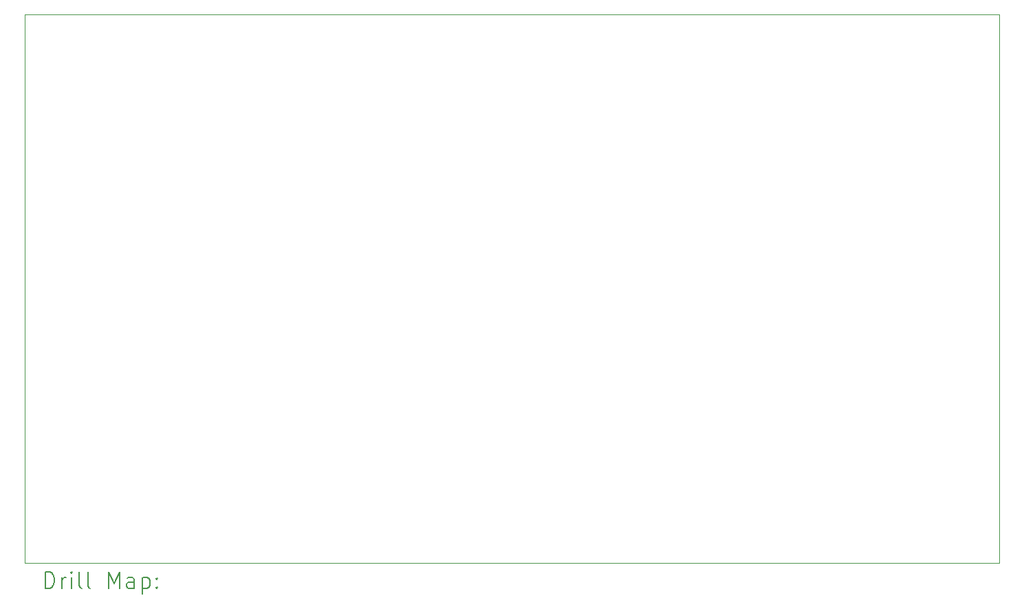
<source format=gbr>
%FSLAX45Y45*%
G04 Gerber Fmt 4.5, Leading zero omitted, Abs format (unit mm)*
G04 Created by KiCad (PCBNEW (6.0.5)) date 2023-10-06 12:52:46*
%MOMM*%
%LPD*%
G01*
G04 APERTURE LIST*
%TA.AperFunction,Profile*%
%ADD10C,0.100000*%
%TD*%
%ADD11C,0.200000*%
G04 APERTURE END LIST*
D10*
X8750000Y-6500000D02*
X20750000Y-6500000D01*
X20750000Y-6500000D02*
X20750000Y-13250000D01*
X20750000Y-13250000D02*
X8750000Y-13250000D01*
X8750000Y-13250000D02*
X8750000Y-6500000D01*
D11*
X9002619Y-13565476D02*
X9002619Y-13365476D01*
X9050238Y-13365476D01*
X9078810Y-13375000D01*
X9097857Y-13394048D01*
X9107381Y-13413095D01*
X9116905Y-13451190D01*
X9116905Y-13479762D01*
X9107381Y-13517857D01*
X9097857Y-13536905D01*
X9078810Y-13555952D01*
X9050238Y-13565476D01*
X9002619Y-13565476D01*
X9202619Y-13565476D02*
X9202619Y-13432143D01*
X9202619Y-13470238D02*
X9212143Y-13451190D01*
X9221667Y-13441667D01*
X9240714Y-13432143D01*
X9259762Y-13432143D01*
X9326429Y-13565476D02*
X9326429Y-13432143D01*
X9326429Y-13365476D02*
X9316905Y-13375000D01*
X9326429Y-13384524D01*
X9335952Y-13375000D01*
X9326429Y-13365476D01*
X9326429Y-13384524D01*
X9450238Y-13565476D02*
X9431190Y-13555952D01*
X9421667Y-13536905D01*
X9421667Y-13365476D01*
X9555000Y-13565476D02*
X9535952Y-13555952D01*
X9526429Y-13536905D01*
X9526429Y-13365476D01*
X9783571Y-13565476D02*
X9783571Y-13365476D01*
X9850238Y-13508333D01*
X9916905Y-13365476D01*
X9916905Y-13565476D01*
X10097857Y-13565476D02*
X10097857Y-13460714D01*
X10088333Y-13441667D01*
X10069286Y-13432143D01*
X10031190Y-13432143D01*
X10012143Y-13441667D01*
X10097857Y-13555952D02*
X10078810Y-13565476D01*
X10031190Y-13565476D01*
X10012143Y-13555952D01*
X10002619Y-13536905D01*
X10002619Y-13517857D01*
X10012143Y-13498809D01*
X10031190Y-13489286D01*
X10078810Y-13489286D01*
X10097857Y-13479762D01*
X10193095Y-13432143D02*
X10193095Y-13632143D01*
X10193095Y-13441667D02*
X10212143Y-13432143D01*
X10250238Y-13432143D01*
X10269286Y-13441667D01*
X10278810Y-13451190D01*
X10288333Y-13470238D01*
X10288333Y-13527381D01*
X10278810Y-13546428D01*
X10269286Y-13555952D01*
X10250238Y-13565476D01*
X10212143Y-13565476D01*
X10193095Y-13555952D01*
X10374048Y-13546428D02*
X10383571Y-13555952D01*
X10374048Y-13565476D01*
X10364524Y-13555952D01*
X10374048Y-13546428D01*
X10374048Y-13565476D01*
X10374048Y-13441667D02*
X10383571Y-13451190D01*
X10374048Y-13460714D01*
X10364524Y-13451190D01*
X10374048Y-13441667D01*
X10374048Y-13460714D01*
M02*

</source>
